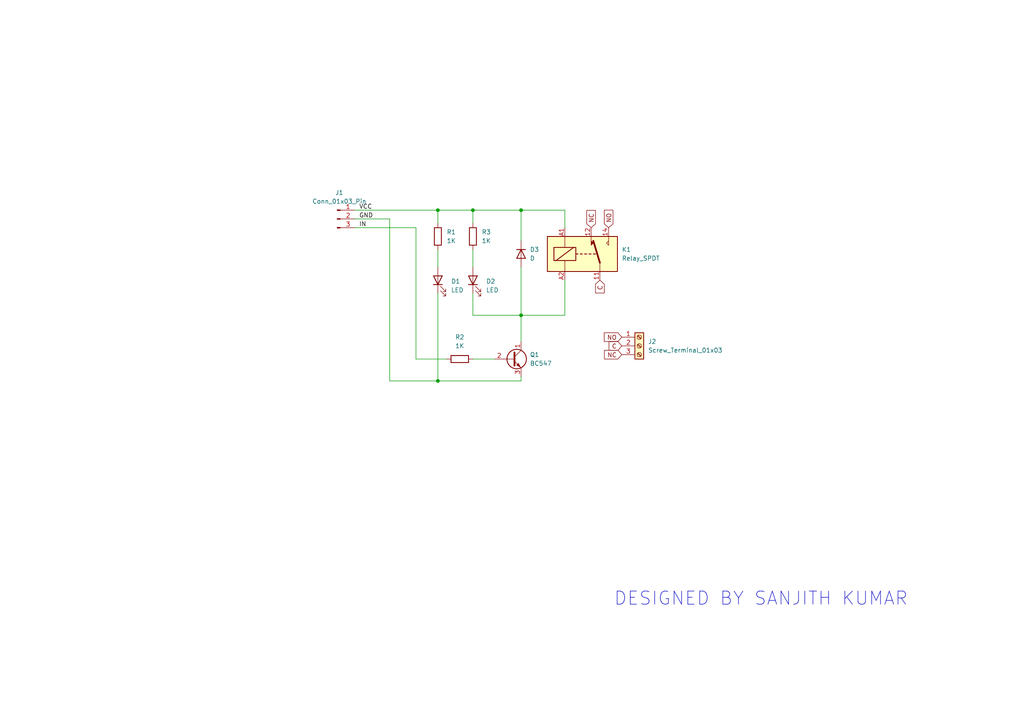
<source format=kicad_sch>
(kicad_sch (version 20250114) (generator "eeschema") (generator_version "9.0")
  (paper "A4")
  (title_block (title "5V RELAY_MODULE") (date "2025-10-31"))
  (lib_symbols
    (symbol "Connector:Conn_01x03_Pin" (pin_names (offset 1.016) (hide yes))
      (property "Reference" "J" (at 0 5.08 0))
      (property "Value" "Conn_01x03_Pin" (at 0 -5.08 0))
      (symbol "Conn_01x03_Pin_1_1"
        (rectangle (start 0.8636 2.667) (end 0 2.413) (stroke (width 0.1524)) (fill (type outline)))
        (rectangle (start 0.8636 0.127) (end 0 -0.127) (stroke (width 0.1524)) (fill (type outline)))
        (rectangle (start 0.8636 -2.413) (end 0 -2.667) (stroke (width 0.1524)) (fill (type outline)))
        (polyline (pts (xy 1.27 2.54) (xy 0.8636 2.54)) (stroke (width 0.1524)))
        (polyline (pts (xy 1.27 0) (xy 0.8636 0)) (stroke (width 0.1524)))
        (polyline (pts (xy 1.27 -2.54) (xy 0.8636 -2.54)) (stroke (width 0.1524)))
        (pin passive line (at 5.08 2.54 180) (length 3.81) (name "Pin_1") (number "1"))
        (pin passive line (at 5.08 0 180) (length 3.81) (name "Pin_2") (number "2"))
        (pin passive line (at 5.08 -2.54 180) (length 3.81) (name "Pin_3") (number "3"))
      )
    )
    (symbol "Connector:Screw_Terminal_01x03" (pin_names (offset 1.016) (hide yes))
      (property "Reference" "J" (at 0 5.08 0))
      (property "Value" "Screw_Terminal_01x03" (at 0 -5.08 0))
      (symbol "Screw_Terminal_01x03_1_1"
        (rectangle (start -1.27 3.81) (end 1.27 -3.81) (stroke (width 0.254)) (fill (type background)))
        (polyline (pts (xy -0.5334 2.8702) (xy 0.3302 2.032)) (stroke (width 0.1524)))
        (polyline (pts (xy -0.5334 0.3302) (xy 0.3302 -0.508)) (stroke (width 0.1524)))
        (polyline (pts (xy -0.5334 -2.2098) (xy 0.3302 -3.048)) (stroke (width 0.1524)))
        (polyline (pts (xy -0.3556 3.048) (xy 0.508 2.2098)) (stroke (width 0.1524)))
        (polyline (pts (xy -0.3556 0.508) (xy 0.508 -0.3302)) (stroke (width 0.1524)))
        (polyline (pts (xy -0.3556 -2.032) (xy 0.508 -2.8702)) (stroke (width 0.1524)))
        (circle (center 0 2.54) (radius 0.635) (stroke (width 0.1524)))
        (circle (center 0 0) (radius 0.635) (stroke (width 0.1524)))
        (circle (center 0 -2.54) (radius 0.635) (stroke (width 0.1524)))
        (pin passive line (at -5.08 2.54 0) (length 3.81) (name "Pin_1") (number "1"))
        (pin passive line (at -5.08 0 0) (length 3.81) (name "Pin_2") (number "2"))
        (pin passive line (at -5.08 -2.54 0) (length 3.81) (name "Pin_3") (number "3"))
      )
    )
    (symbol "Device:D" (pin_numbers (hide yes)) (pin_names (offset 1.016) (hide yes))
      (property "Reference" "D" (at 0 2.54 0))
      (property "Value" "D" (at 0 -2.54 0))
      (symbol "D_0_1"
        (polyline (pts (xy -1.27 1.27) (xy -1.27 -1.27)) (stroke (width 0.254)))
        (polyline (pts (xy 1.27 1.27) (xy 1.27 -1.27) (xy -1.27 0) (xy 1.27 1.27)) (stroke (width 0.254)))
        (polyline (pts (xy 1.27 0) (xy -1.27 0)))
      )
      (symbol "D_1_1"
        (pin passive line (at -3.81 0 0) (length 2.54) (name "K") (number "1"))
        (pin passive line (at 3.81 0 180) (length 2.54) (name "A") (number "2"))
      )
    )
    (symbol "Device:LED" (pin_numbers (hide yes)) (pin_names (offset 1.016) (hide yes))
      (property "Reference" "D" (at 0 2.54 0))
      (property "Value" "LED" (at 0 -2.54 0))
      (symbol "LED_0_1"
        (polyline (pts (xy -3.048 -0.762) (xy -4.572 -2.286) (xy -3.81 -2.286) (xy -4.572 -2.286) (xy -4.572 -1.524)))
        (polyline (pts (xy -1.778 -0.762) (xy -3.302 -2.286) (xy -2.54 -2.286) (xy -3.302 -2.286) (xy -3.302 -1.524)))
        (polyline (pts (xy -1.27 0) (xy 1.27 0)))
        (polyline (pts (xy -1.27 -1.27) (xy -1.27 1.27)) (stroke (width 0.254)))
        (polyline (pts (xy 1.27 -1.27) (xy 1.27 1.27) (xy -1.27 0) (xy 1.27 -1.27)) (stroke (width 0.254)))
      )
      (symbol "LED_1_1"
        (pin passive line (at -3.81 0 0) (length 2.54) (name "K") (number "1"))
        (pin passive line (at 3.81 0 180) (length 2.54) (name "A") (number "2"))
      )
    )
    (symbol "Device:R" (pin_numbers (hide yes)) (pin_names (offset 0))
      (property "Reference" "R" (at 2.032 0 90))
      (property "Value" "R" (at 0 0 90))
      (symbol "R_0_1"
        (rectangle (start -1.016 -2.54) (end 1.016 2.54) (stroke (width 0.254)))
      )
      (symbol "R_1_1"
        (pin passive line (at 0 3.81 270) (length 1.27) (name "~") (number "1"))
        (pin passive line (at 0 -3.81 90) (length 1.27) (name "~") (number "2"))
      )
    )
    (symbol "Relay:Relay_SPDT"
      (property "Reference" "K" (at 11.43 3.81 0))
      (property "Value" "Relay_SPDT" (at 11.43 1.27 0))
      (symbol "Relay_SPDT_0_0"
        (polyline (pts (xy 7.62 5.08) (xy 7.62 2.54) (xy 6.985 3.175) (xy 7.62 3.81)))
      )
      (symbol "Relay_SPDT_0_1"
        (rectangle (start -10.16 5.08) (end 10.16 -5.08) (stroke (width 0.254)) (fill (type background)))
        (rectangle (start -8.255 1.905) (end -1.905 -1.905) (stroke (width 0.254)))
        (polyline (pts (xy -7.62 -1.905) (xy -2.54 1.905)) (stroke (width 0.254)))
        (polyline (pts (xy -5.08 5.08) (xy -5.08 1.905)))
        (polyline (pts (xy -5.08 -5.08) (xy -5.08 -1.905)))
        (polyline (pts (xy -1.905 0) (xy -1.27 0)) (stroke (width 0.254)))
        (polyline (pts (xy -0.635 0) (xy 0 0)) (stroke (width 0.254)))
        (polyline (pts (xy 0.635 0) (xy 1.27 0)) (stroke (width 0.254)))
        (polyline (pts (xy 1.905 0) (xy 2.54 0)) (stroke (width 0.254)))
        (polyline (pts (xy 2.54 5.08) (xy 2.54 2.54) (xy 3.175 3.175) (xy 2.54 3.81)) (fill (type outline)))
        (polyline (pts (xy 3.175 0) (xy 3.81 0)) (stroke (width 0.254)))
        (polyline (pts (xy 5.08 -2.54) (xy 3.175 3.81)) (stroke (width 0.508)))
        (polyline (pts (xy 5.08 -2.54) (xy 5.08 -5.08)))
      )
      (symbol "Relay_SPDT_1_1"
        (pin passive line (at -5.08 7.62 270) (length 2.54) (name "~") (number "A1"))
        (pin passive line (at -5.08 -7.62 90) (length 2.54) (name "~") (number "A2"))
        (pin passive line (at 2.54 7.62 270) (length 2.54) (name "~") (number "12"))
        (pin passive line (at 5.08 -7.62 90) (length 2.54) (name "~") (number "11"))
        (pin passive line (at 7.62 7.62 270) (length 2.54) (name "~") (number "14"))
      )
    )
    (symbol "Transistor_BJT:BC547" (pin_names (offset 0) (hide yes))
      (property "Reference" "Q" (at 5.08 1.905 0))
      (property "Value" "BC547" (at 5.08 0 0))
      (symbol "BC547_0_1"
        (polyline (pts (xy -2.54 0) (xy 0.635 0)))
        (polyline (pts (xy 0.635 1.905) (xy 0.635 -1.905)) (stroke (width 0.508)))
        (circle (center 1.27 0) (radius 2.8194) (stroke (width 0.254)))
      )
      (symbol "BC547_1_1"
        (polyline (pts (xy 0.635 0.635) (xy 2.54 2.54)))
        (polyline (pts (xy 0.635 -0.635) (xy 2.54 -2.54)))
        (polyline (pts (xy 1.27 -1.778) (xy 1.778 -1.27) (xy 2.286 -2.286) (xy 1.27 -1.778)) (fill (type outline)))
        (pin input line (at -5.08 0 0) (length 2.54) (name "B") (number "2"))
        (pin passive line (at 2.54 5.08 270) (length 2.54) (name "C") (number "1"))
        (pin passive line (at 2.54 -5.08 90) (length 2.54) (name "E") (number "3"))
      )
    )
  )
  (text "DESIGNED BY SANJITH KUMAR" (at 220.726 173.736 0) (effects (font (size 3.81 3.81))))
  (junction (at 151.13 91.44))
  (junction (at 137.16 60.96))
  (junction (at 151.13 60.96))
  (junction (at 127 60.96))
  (junction (at 127 110.49))
  (wire (pts (xy 151.13 91.44) (xy 151.13 99.06)))
  (wire (pts (xy 127 85.09) (xy 127 110.49)))
  (wire (pts (xy 163.83 66.04) (xy 163.83 60.96)))
  (wire (pts (xy 127 72.39) (xy 127 77.47)))
  (wire (pts (xy 151.13 109.22) (xy 151.13 110.49)))
  (wire (pts (xy 127 60.96) (xy 127 64.77)))
  (wire (pts (xy 113.03 110.49) (xy 113.03 63.5)))
  (wire (pts (xy 151.13 60.96) (xy 163.83 60.96)))
  (wire (pts (xy 102.87 66.04) (xy 120.65 66.04)))
  (wire (pts (xy 137.16 60.96) (xy 151.13 60.96)))
  (wire (pts (xy 137.16 60.96) (xy 137.16 64.77)))
  (wire (pts (xy 127 110.49) (xy 113.03 110.49)))
  (wire (pts (xy 120.65 104.14) (xy 129.54 104.14)))
  (wire (pts (xy 163.83 81.28) (xy 163.83 91.44)))
  (wire (pts (xy 137.16 72.39) (xy 137.16 77.47)))
  (wire (pts (xy 151.13 69.85) (xy 151.13 60.96)))
  (wire (pts (xy 102.87 60.96) (xy 127 60.96)))
  (wire (pts (xy 137.16 91.44) (xy 151.13 91.44)))
  (wire (pts (xy 137.16 85.09) (xy 137.16 91.44)))
  (wire (pts (xy 151.13 77.47) (xy 151.13 91.44)))
  (wire (pts (xy 127 60.96) (xy 137.16 60.96)))
  (wire (pts (xy 113.03 63.5) (xy 102.87 63.5)))
  (wire (pts (xy 163.83 91.44) (xy 151.13 91.44)))
  (wire (pts (xy 151.13 110.49) (xy 127 110.49)))
  (wire (pts (xy 120.65 66.04) (xy 120.65 104.14)))
  (wire (pts (xy 137.16 104.14) (xy 143.51 104.14)))
  (label "VCC" (at 104.14 60.96 0))
  (label "IN" (at 104.14 66.04 0))
  (label "GND" (at 104.14 63.5 0))
  (global_label "C" (shape input) (at 180.34 100.33 180) (property "Intersheetrefs" "${INTERSHEET_REFS}" (effects (hide yes))))
  (global_label "C" (shape input) (at 173.99 81.28 270) (property "Intersheetrefs" "${INTERSHEET_REFS}" (effects (hide yes))))
  (global_label "NO" (shape input) (at 180.34 97.79 180) (property "Intersheetrefs" "${INTERSHEET_REFS}" (effects (hide yes))))
  (global_label "NC" (shape input) (at 180.34 102.87 180) (property "Intersheetrefs" "${INTERSHEET_REFS}" (effects (hide yes))))
  (global_label "NO" (shape input) (at 176.53 66.04 90) (property "Intersheetrefs" "${INTERSHEET_REFS}" (effects (hide yes))))
  (global_label "NC" (shape input) (at 171.45 66.04 90) (property "Intersheetrefs" "${INTERSHEET_REFS}" (effects (hide yes))))
  (symbol (lib_id "Device:D") (at 151.13 73.66 270) (unit 1)
    (property "Reference" "D3" (at 153.67 72.3899 90) (effects (justify left)))
    (property "Value" "D" (at 153.67 74.9299 90) (effects (justify left)))
    (property "Footprint" "Diode_THT:D_DO-41_SOD81_P10.16mm_Horizontal" (effects (hide yes)))
    (property "Description" "Diode" (effects (hide yes)))
    (property "Sim.Device" "D" (effects (hide yes)))
    (property "Sim.Pins" "1=K 2=A" (effects (hide yes)))
  )
  (symbol (lib_id "Relay:Relay_SPDT") (at 168.91 73.66 0) (unit 1)
    (property "Reference" "K1" (at 180.34 72.3899 0) (effects (justify left)))
    (property "Value" "Relay_SPDT" (at 180.34 74.9299 0) (effects (justify left)))
    (property "Footprint" "Relay_THT:Relay_SPDT_SANYOU_SRD_Series_Form_C" (effects (hide yes)))
    (property "Description" "Relay SPDT, monostable, EN50005" (effects (hide yes)))
  )
  (symbol (lib_id "Device:LED") (at 137.16 81.28 90) (unit 1)
    (property "Reference" "D2" (at 140.97 81.5974 90) (effects (justify right)))
    (property "Value" "LED" (at 140.97 84.1374 90) (effects (justify right)))
    (property "Footprint" "LED_THT:LED_D3.0mm" (effects (hide yes)))
    (property "Description" "Light emitting diode" (effects (hide yes)))
    (property "Sim.Pins" "1=K 2=A" (effects (hide yes)))
  )
  (symbol (lib_id "Transistor_BJT:BC547") (at 148.59 104.14 0) (unit 1)
    (property "Reference" "Q1" (at 153.67 102.8699 0) (effects (justify left)))
    (property "Value" "BC547" (at 153.67 105.4099 0) (effects (justify left)))
    (property "Footprint" "Package_TO_SOT_THT:TO-92_Inline" (effects (hide yes)))
    (property "Datasheet" "https://www.onsemi.com/pub/Collateral/BC550-D.pdf" (effects (hide yes)))
    (property "Description" "0.1A Ic, 45V Vce, Small Signal NPN Transistor, TO-92" (effects (hide yes)))
  )
  (symbol (lib_id "Connector:Screw_Terminal_01x03") (at 185.42 100.33 0) (unit 1)
    (property "Reference" "J2" (at 187.96 99.0599 0) (effects (justify left)))
    (property "Value" "Screw_Terminal_01x03" (at 187.96 101.5999 0) (effects (justify left)))
    (property "Footprint" "1714735:PHOENIX_1714735" (effects (hide yes)))
    (property "Description" "Generic screw terminal, single row, 01x03, script generated (kicad-library-utils/schlib/autogen/connector/)" (effects (hide yes)))
  )
  (symbol (lib_id "Device:R") (at 133.35 104.14 90) (unit 1)
    (property "Reference" "R2" (at 133.35 97.79 90))
    (property "Value" "1K" (at 133.35 100.33 90))
    (property "Footprint" "Resistor_THT:R_Axial_DIN0207_L6.3mm_D2.5mm_P10.16mm_Horizontal" (effects (hide yes)))
    (property "Description" "Resistor" (effects (hide yes)))
  )
  (symbol (lib_id "Device:R") (at 137.16 68.58 0) (unit 1)
    (property "Reference" "R3" (at 139.7 67.3099 0) (effects (justify left)))
    (property "Value" "1K" (at 139.7 69.8499 0) (effects (justify left)))
    (property "Footprint" "Resistor_THT:R_Axial_DIN0207_L6.3mm_D2.5mm_P10.16mm_Horizontal" (effects (hide yes)))
    (property "Description" "Resistor" (effects (hide yes)))
  )
  (symbol (lib_id "Device:R") (at 127 68.58 0) (unit 1)
    (property "Reference" "R1" (at 129.54 67.3099 0) (effects (justify left)))
    (property "Value" "1K" (at 129.54 69.8499 0) (effects (justify left)))
    (property "Footprint" "Resistor_THT:R_Axial_DIN0207_L6.3mm_D2.5mm_P10.16mm_Horizontal" (effects (hide yes)))
    (property "Description" "Resistor" (effects (hide yes)))
  )
  (symbol (lib_id "Connector:Conn_01x03_Pin") (at 97.79 63.5 0) (unit 1)
    (property "Reference" "J1" (at 98.425 55.88 0))
    (property "Value" "Conn_01x03_Pin" (at 98.425 58.42 0))
    (property "Footprint" "Connector_PinHeader_2.54mm:PinHeader_1x03_P2.54mm_Vertical" (effects (hide yes)))
    (property "Description" "Generic connector, single row, 01x03, script generated" (effects (hide yes)))
  )
  (symbol (lib_id "Device:LED") (at 127 81.28 90) (unit 1)
    (property "Reference" "D1" (at 130.81 81.5974 90) (effects (justify right)))
    (property "Value" "LED" (at 130.81 84.1374 90) (effects (justify right)))
    (property "Footprint" "LED_THT:LED_D3.0mm" (effects (hide yes)))
    (property "Description" "Light emitting diode" (effects (hide yes)))
    (property "Sim.Pins" "1=K 2=A" (effects (hide yes)))
  )
)
</source>
